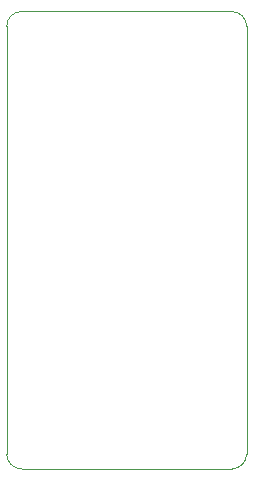
<source format=gbr>
G04 (created by PCBNEW (22-Jun-2014 BZR 4027)-stable) date Sat 24 Feb 2018 09:18:46 AM CST*
%MOIN*%
G04 Gerber Fmt 3.4, Leading zero omitted, Abs format*
%FSLAX34Y34*%
G01*
G70*
G90*
G04 APERTURE LIST*
%ADD10C,0.00590551*%
%ADD11C,0.00393701*%
G04 APERTURE END LIST*
G54D10*
G54D11*
X54000Y-39500D02*
X54000Y-53750D01*
X62000Y-53750D02*
X62000Y-39500D01*
X54500Y-54250D02*
X61500Y-54250D01*
X54500Y-39000D02*
X61500Y-39000D01*
X54500Y-39000D02*
G75*
G03X54000Y-39500I0J-500D01*
G74*
G01*
X62000Y-39500D02*
G75*
G03X61500Y-39000I-500J0D01*
G74*
G01*
X54000Y-53750D02*
G75*
G03X54500Y-54250I500J0D01*
G74*
G01*
X61500Y-54250D02*
G75*
G03X62000Y-53750I0J500D01*
G74*
G01*
M02*

</source>
